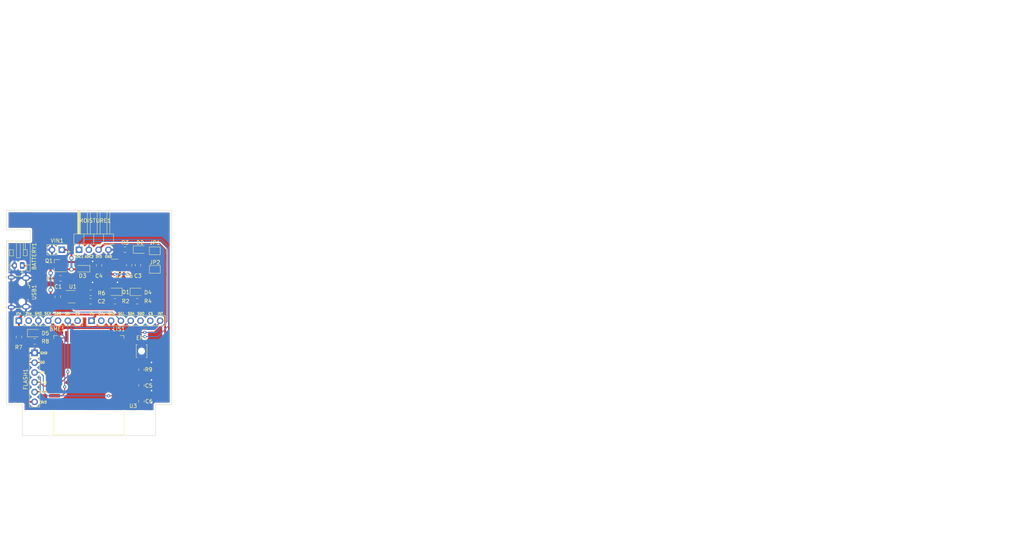
<source format=kicad_pcb>
(kicad_pcb (version 20171130) (host pcbnew "(5.1.10)-1")
  (layers (0 F.Cu signal) (31 B.Cu signal) (34 B.Paste user hide) (35 F.Paste user hide) (36 B.SilkS user) (37 F.SilkS user) (38 B.Mask user hide) (39 F.Mask user) (44 Edge.Cuts user))
  (net 0 "")
  (net 1 GND)
  (net 2 +BATT)
  (net 3 VBUS)
  (net 4 +3V3)
  (net 5 EN)
  (net 6 "Net-(D1-Pad1)")
  (net 7 IO2)
  (net 8 "Net-(D5-Pad1)")
  (net 9 SDA)
  (net 10 SCL)
  (net 11 TX0)
  (net 12 RX0)
  (net 13 IO0)
  (net 14 "Net-(R5-Pad1)")
  (net 15 "Net-(D4-Pad2)")
  (net 16 "Net-(U2-Pad4)")
  (net 17 "Net-(U3-Pad32)")
  (net 18 "Net-(BME1-Pad7)")
  (net 19 "Net-(BME1-Pad5)")
  (net 20 "Net-(BME1-Pad2)")
  (net 21 "Net-(C3-Pad1)")
  (net 22 "Net-(U3-Pad37)")
  (net 23 "Net-(U3-Pad31)")
  (net 24 "Net-(U3-Pad30)")
  (net 25 "Net-(U3-Pad29)")
  (net 26 "Net-(U3-Pad28)")
  (net 27 "Net-(U3-Pad27)")
  (net 28 "Net-(U3-Pad26)")
  (net 29 "Net-(U3-Pad23)")
  (net 30 "Net-(U3-Pad22)")
  (net 31 "Net-(U3-Pad21)")
  (net 32 "Net-(U3-Pad20)")
  (net 33 "Net-(U3-Pad19)")
  (net 34 "Net-(U3-Pad18)")
  (net 35 "Net-(U3-Pad17)")
  (net 36 "Net-(U3-Pad16)")
  (net 37 "Net-(U3-Pad14)")
  (net 38 "Net-(U3-Pad13)")
  (net 39 "Net-(U3-Pad12)")
  (net 40 "Net-(U3-Pad11)")
  (net 41 "Net-(U3-Pad10)")
  (net 42 "Net-(U3-Pad8)")
  (net 43 "Net-(U3-Pad5)")
  (net 44 "Net-(U3-Pad4)")
  (net 45 "Net-(USB1-Pad4)")
  (net 46 "Net-(USB1-Pad3)")
  (net 47 "Net-(USB1-Pad2)")
  (net 48 "Net-(C4-Pad1)")
  (net 49 "Net-(R2-Pad1)")
  (net 50 "Net-(D2-Pad2)")
  (net 51 "Net-(D2-Pad1)")
  (net 52 "Net-(R6-Pad1)")
  (net 53 INT)
  (net 54 "Net-(LIS1-Pad7)")
  (net 55 "Net-(LIS1-Pad6)")
  (net 56 "Net-(LIS1-Pad2)")
  (net 57 ADC2)
  (net 58 ADC1)
  (module Connector_PinHeader_2.54mm:PinHeader_1x04_P2.54mm_Horizontal (layer F.Cu) (at 146.28 83.47 90)
    (fp_text reference MOISTURE1 (at 7.54 4.1 180) (layer F.SilkS))
    (fp_text value MOISTURE)
    (pad 4 thru_hole oval (at 0 7.62 90) (size 1.7 1.7) (drill 1) (layers *.Cu *.Mask) (net 1 GND))
    (pad 3 thru_hole oval (at 0 5.08 90) (size 1.7 1.7) (drill 1) (layers *.Cu *.Mask) (net 4 +3V3))
    (pad 2 thru_hole oval (at 0 2.54 90) (size 1.7 1.7) (drill 1) (layers *.Cu *.Mask) (net 57 ADC2))
    (pad 1 thru_hole rect (at 0 0 90) (size 1.7 1.7) (drill 1) (layers *.Cu *.Mask) (net 58 ADC1))
  )
  (module Diode_SMD:D_SOD-323_HandSoldering (layer F.Cu) (at 147.19428 88.38248 180)
    (fp_text reference D3 (at 0 -1.85) (layer F.SilkS))
    (fp_text value 1A/23V/620mV)
    (pad 2 smd rect (at 1.25 0 180) (size 1 1) (layers F.Cu F.Paste F.Mask) (net 3 VBUS))
    (pad 1 smd rect (at -1.25 0 180) (size 1 1) (layers F.Cu F.Paste F.Mask) (net 48 "Net-(C4-Pad1)"))
  )
  (module LED_SMD:LED_0805_2012Metric_Pad1.15x1.40mm_HandSolder (layer F.Cu) (at 162.2 83.44)
    (fp_text reference D2 (at -0.0635 -1.80848) (layer F.SilkS))
    (fp_text value Red)
    (pad 2 smd roundrect (at 1.025 0) (size 1.15 1.4) (layers F.Cu F.Paste F.Mask) (roundrect_rratio 0.217391) (net 50 "Net-(D2-Pad2)"))
    (pad 1 smd roundrect (at -1.025 0) (size 1.15 1.4) (layers F.Cu F.Paste F.Mask) (roundrect_rratio 0.217391) (net 51 "Net-(D2-Pad1)"))
  )
  (module Jumper:SolderJumper-2_P1.3mm_Open_TrianglePad1.0x1.5mm (layer F.Cu) (at 165.95 88.56 180)
    (fp_text reference JP2 (at -0.0254 1.8288) (layer F.SilkS))
    (fp_text value SJ)
    (pad 1 smd custom (at -0.725 0 180) (size 0.3 0.3) (layers F.Cu F.Mask) (net 4 +3V3) (options (clearance outline) (anchor rect)) (primitives (gr_poly (pts (xy -0.5 -0.75) (xy 0.5 -0.75) (xy 1 0) (xy 0.5 0.75) (xy -0.5 0.75)) (width 0))))
    (pad 2 smd custom (at 0.725 0 180) (size 0.3 0.3) (layers F.Cu F.Mask) (net 21 "Net-(C3-Pad1)") (options (clearance outline) (anchor rect)) (primitives (gr_poly (pts (xy -0.65 -0.75) (xy 0.5 -0.75) (xy 0.5 0.75) (xy -0.65 0.75) (xy -0.15 0)) (width 0))))
  )
  (module LED_SMD:LED_0805_2012Metric_Pad1.15x1.40mm_HandSolder (layer F.Cu) (at 161.3816 94.3864)
    (fp_text reference D4 (at 2.77098 0.16962 180) (layer F.SilkS))
    (fp_text value Green)
    (pad 1 smd roundrect (at -1.025 0) (size 1.15 1.4) (layers F.Cu F.Paste F.Mask) (roundrect_rratio 0.2173904347826087) (net 1 GND))
    (pad 2 smd roundrect (at 1.025 0) (size 1.15 1.4) (layers F.Cu F.Paste F.Mask) (roundrect_rratio 0.2173904347826087) (net 15 "Net-(D4-Pad2)"))
  )
  (module Package_TO_SOT_SMD:SOT-23-5_HandSoldering (layer F.Cu) (at 144.4238 95.64794)
    (fp_text reference U1 (at 0.234 -2.624) (layer F.SilkS))
    (fp_text value MCP73831)
    (pad 5 smd rect (at 1.35 -0.95) (size 1.56 0.65) (layers F.Cu F.Paste F.Mask) (net 52 "Net-(R6-Pad1)"))
    (pad 4 smd rect (at 1.35 0.95) (size 1.56 0.65) (layers F.Cu F.Paste F.Mask) (net 3 VBUS))
    (pad 3 smd rect (at -1.35 0.95) (size 1.56 0.65) (layers F.Cu F.Paste F.Mask) (net 2 +BATT))
    (pad 2 smd rect (at -1.35 0) (size 1.56 0.65) (layers F.Cu F.Paste F.Mask) (net 1 GND))
    (pad 1 smd rect (at -1.35 -0.95) (size 1.56 0.65) (layers F.Cu F.Paste F.Mask) (net 49 "Net-(R2-Pad1)"))
  )
  (module RF_Module:ESP32-WROOM-32 (layer F.Cu) (at 148.83 115.6 180)
    (fp_text reference U3 (at -11.48972 -8.3774 180) (layer F.SilkS))
    (fp_text value ESP32-WROOM-32)
    (pad 39 smd rect (at -1 -0.755 180) (size 5 5) (layers F.Cu F.Paste F.Mask) (net 1 GND))
    (pad 1 smd rect (at -8.5 -8.255 180) (size 2.8 0.9) (drill (offset -0.4 0)) (layers F.Cu F.Paste F.Mask) (net 1 GND))
    (pad 2 smd rect (at -8.5 -6.985 180) (size 2.8 0.9) (drill (offset -0.4 0)) (layers F.Cu F.Paste F.Mask) (net 4 +3V3))
    (pad 3 smd rect (at -8.5 -5.715 180) (size 2.8 0.9) (drill (offset -0.4 0)) (layers F.Cu F.Paste F.Mask) (net 5 EN))
    (pad 4 smd rect (at -8.5 -4.445 180) (size 2.8 0.9) (drill (offset -0.4 0)) (layers F.Cu F.Paste F.Mask) (net 44 "Net-(U3-Pad4)"))
    (pad 5 smd rect (at -8.5 -3.175 180) (size 2.8 0.9) (drill (offset -0.4 0)) (layers F.Cu F.Paste F.Mask) (net 43 "Net-(U3-Pad5)"))
    (pad 6 smd rect (at -8.5 -1.905 180) (size 2.8 0.9) (drill (offset -0.4 0)) (layers F.Cu F.Paste F.Mask) (net 58 ADC1))
    (pad 7 smd rect (at -8.5 -0.635 180) (size 2.8 0.9) (drill (offset -0.4 0)) (layers F.Cu F.Paste F.Mask) (net 57 ADC2))
    (pad 8 smd rect (at -8.5 0.635 180) (size 2.8 0.9) (drill (offset -0.4 0)) (layers F.Cu F.Paste F.Mask) (net 42 "Net-(U3-Pad8)"))
    (pad 9 smd rect (at -8.5 1.905 180) (size 2.8 0.9) (drill (offset -0.4 0)) (layers F.Cu F.Paste F.Mask) (net 53 INT))
    (pad 10 smd rect (at -8.5 3.175 180) (size 2.8 0.9) (drill (offset -0.4 0)) (layers F.Cu F.Paste F.Mask) (net 41 "Net-(U3-Pad10)"))
    (pad 11 smd rect (at -8.5 4.445 180) (size 2.8 0.9) (drill (offset -0.4 0)) (layers F.Cu F.Paste F.Mask) (net 40 "Net-(U3-Pad11)"))
    (pad 12 smd rect (at -8.5 5.715 180) (size 2.8 0.9) (drill (offset -0.4 0)) (layers F.Cu F.Paste F.Mask) (net 39 "Net-(U3-Pad12)"))
    (pad 13 smd rect (at -8.5 6.985 180) (size 2.8 0.9) (drill (offset -0.4 0)) (layers F.Cu F.Paste F.Mask) (net 38 "Net-(U3-Pad13)"))
    (pad 14 smd rect (at -8.5 8.255 180) (size 2.8 0.9) (drill (offset -0.4 0)) (layers F.Cu F.Paste F.Mask) (net 37 "Net-(U3-Pad14)"))
    (pad 15 smd rect (at -5.715 9.255 270) (size 2.8 0.9) (drill (offset -0.4 0)) (layers F.Cu F.Paste F.Mask) (net 1 GND))
    (pad 16 smd rect (at -4.445 9.255 270) (size 2.8 0.9) (drill (offset -0.4 0)) (layers F.Cu F.Paste F.Mask) (net 36 "Net-(U3-Pad16)"))
    (pad 17 smd rect (at -3.175 9.255 270) (size 2.8 0.9) (drill (offset -0.4 0)) (layers F.Cu F.Paste F.Mask) (net 35 "Net-(U3-Pad17)"))
    (pad 18 smd rect (at -1.905 9.255 270) (size 2.8 0.9) (drill (offset -0.4 0)) (layers F.Cu F.Paste F.Mask) (net 34 "Net-(U3-Pad18)"))
    (pad 19 smd rect (at -0.635 9.255 270) (size 2.8 0.9) (drill (offset -0.4 0)) (layers F.Cu F.Paste F.Mask) (net 33 "Net-(U3-Pad19)"))
    (pad 20 smd rect (at 0.635 9.255 270) (size 2.8 0.9) (drill (offset -0.4 0)) (layers F.Cu F.Paste F.Mask) (net 32 "Net-(U3-Pad20)"))
    (pad 21 smd rect (at 1.905 9.255 270) (size 2.8 0.9) (drill (offset -0.4 0)) (layers F.Cu F.Paste F.Mask) (net 31 "Net-(U3-Pad21)"))
    (pad 22 smd rect (at 3.175 9.255 270) (size 2.8 0.9) (drill (offset -0.4 0)) (layers F.Cu F.Paste F.Mask) (net 30 "Net-(U3-Pad22)"))
    (pad 23 smd rect (at 4.445 9.255 270) (size 2.8 0.9) (drill (offset -0.4 0)) (layers F.Cu F.Paste F.Mask) (net 29 "Net-(U3-Pad23)"))
    (pad 24 smd rect (at 5.715 9.255 270) (size 2.8 0.9) (drill (offset -0.4 0)) (layers F.Cu F.Paste F.Mask) (net 7 IO2))
    (pad 25 smd rect (at 8.5 8.255 180) (size 2.8 0.9) (drill (offset 0.4 0)) (layers F.Cu F.Paste F.Mask) (net 13 IO0))
    (pad 26 smd rect (at 8.5 6.985 180) (size 2.8 0.9) (drill (offset 0.4 0)) (layers F.Cu F.Paste F.Mask) (net 28 "Net-(U3-Pad26)"))
    (pad 27 smd rect (at 8.5 5.715 180) (size 2.8 0.9) (drill (offset 0.4 0)) (layers F.Cu F.Paste F.Mask) (net 27 "Net-(U3-Pad27)"))
    (pad 28 smd rect (at 8.5 4.445 180) (size 2.8 0.9) (drill (offset 0.4 0)) (layers F.Cu F.Paste F.Mask) (net 26 "Net-(U3-Pad28)"))
    (pad 29 smd rect (at 8.5 3.175 180) (size 2.8 0.9) (drill (offset 0.4 0)) (layers F.Cu F.Paste F.Mask) (net 25 "Net-(U3-Pad29)"))
    (pad 30 smd rect (at 8.5 1.905 180) (size 2.8 0.9) (drill (offset 0.4 0)) (layers F.Cu F.Paste F.Mask) (net 24 "Net-(U3-Pad30)"))
    (pad 31 smd rect (at 8.5 0.635 180) (size 2.8 0.9) (drill (offset 0.4 0)) (layers F.Cu F.Paste F.Mask) (net 23 "Net-(U3-Pad31)"))
    (pad 32 smd rect (at 8.5 -0.635 180) (size 2.8 0.9) (drill (offset 0.4 0)) (layers F.Cu F.Paste F.Mask) (net 17 "Net-(U3-Pad32)"))
    (pad 33 smd rect (at 8.5 -1.905 180) (size 2.8 0.9) (drill (offset 0.4 0)) (layers F.Cu F.Paste F.Mask) (net 9 SDA))
    (pad 34 smd rect (at 8.5 -3.175 180) (size 2.8 0.9) (drill (offset 0.4 0)) (layers F.Cu F.Paste F.Mask) (net 12 RX0))
    (pad 35 smd rect (at 8.5 -4.445 180) (size 2.8 0.9) (drill (offset 0.4 0)) (layers F.Cu F.Paste F.Mask) (net 11 TX0))
    (pad 36 smd rect (at 8.5 -5.715 180) (size 2.8 0.9) (drill (offset 0.4 0)) (layers F.Cu F.Paste F.Mask) (net 10 SCL))
    (pad 37 smd rect (at 8.5 -6.985 180) (size 2.8 0.9) (drill (offset 0.4 0)) (layers F.Cu F.Paste F.Mask) (net 22 "Net-(U3-Pad37)"))
    (pad 38 smd rect (at 8.5 -8.255 180) (size 2.8 0.9) (drill (offset 0.4 0)) (layers F.Cu F.Paste F.Mask) (net 1 GND))
  )
  (module Connector_USB:USB_Micro-B_Wuerth_629105150521 (layer F.Cu) (at 130.66014 94.49562 270)
    (fp_text reference USB1 (at 0.01514 -3.98694 270) (layer F.SilkS))
    (fp_text value USB_B_Micro)
    (pad "" np_thru_hole oval (at 2.5 -0.8 270) (size 0.8 0.8) (drill 0.8) (layers *.Cu *.Mask))
    (pad "" np_thru_hole oval (at -2.5 -0.8 270) (size 0.8 0.8) (drill 0.8) (layers *.Cu *.Mask))
    (pad 6 thru_hole oval (at 3.875 1.95 270) (size 1.15 1.8) (drill oval 0.55 1.2) (layers *.Cu *.Mask) (net 1 GND))
    (pad 6 thru_hole oval (at -3.875 1.95 270) (size 1.15 1.8) (drill oval 0.55 1.2) (layers *.Cu *.Mask) (net 1 GND))
    (pad 6 thru_hole oval (at 3.725 -1.85 270) (size 1.45 2) (drill oval 0.85 1.4) (layers *.Cu *.Mask) (net 1 GND))
    (pad 6 thru_hole oval (at -3.725 -1.85 270) (size 1.45 2) (drill oval 0.85 1.4) (layers *.Cu *.Mask) (net 1 GND))
    (pad 5 smd rect (at 1.3 -1.9 270) (size 0.45 1.7) (drill (offset 0 -0.2)) (layers F.Cu F.Paste F.Mask) (net 1 GND))
    (pad 4 smd rect (at 0.65 -1.9 270) (size 0.45 1.7) (drill (offset 0 -0.2)) (layers F.Cu F.Paste F.Mask) (net 45 "Net-(USB1-Pad4)"))
    (pad 3 smd rect (at 0 -1.9 270) (size 0.45 1.7) (drill (offset 0 -0.2)) (layers F.Cu F.Paste F.Mask) (net 46 "Net-(USB1-Pad3)"))
    (pad 2 smd rect (at -0.65 -1.9 270) (size 0.45 1.7) (drill (offset 0 -0.2)) (layers F.Cu F.Paste F.Mask) (net 47 "Net-(USB1-Pad2)"))
    (pad 1 smd rect (at -1.3 -1.9 270) (size 0.45 1.7) (drill (offset 0 -0.2)) (layers F.Cu F.Paste F.Mask) (net 3 VBUS))
  )
  (module Button_Switch_SMD:SW_SPST_B3U-1000P-B (layer F.Cu) (at 162.5 109.76 270)
    (fp_text reference EN1 (at -3.43306 -0.05238) (layer F.SilkS))
    (fp_text value Switch)
    (pad "" np_thru_hole circle (at 0 0 270) (size 0.8 0.8) (drill 0.8) (layers *.Cu *.Mask))
    (pad 2 smd rect (at 1.7 0 270) (size 1.3 1.7) (drill (offset 0.2 0)) (layers F.Cu F.Paste F.Mask) (net 5 EN))
    (pad 1 smd rect (at -1.7 0 270) (size 1.3 1.7) (drill (offset -0.2 0)) (layers F.Cu F.Paste F.Mask) (net 1 GND))
  )
  (module Connector_PinHeader_2.54mm:PinHeader_1x08_P2.54mm_Vertical (layer F.Cu) (at 149.52 101.87 90)
    (fp_text reference LIS1 (at -2.18618 7.11164 180) (layer F.SilkS))
    (fp_text value LIS3DH)
    (pad 8 thru_hole oval (at 0 17.78 90) (size 1.7 1.7) (drill 1) (layers *.Cu *.Mask) (net 53 INT))
    (pad 7 thru_hole oval (at 0 15.24 90) (size 1.7 1.7) (drill 1) (layers *.Cu *.Mask) (net 54 "Net-(LIS1-Pad7)"))
    (pad 6 thru_hole oval (at 0 12.7 90) (size 1.7 1.7) (drill 1) (layers *.Cu *.Mask) (net 55 "Net-(LIS1-Pad6)"))
    (pad 5 thru_hole oval (at 0 10.16 90) (size 1.7 1.7) (drill 1) (layers *.Cu *.Mask) (net 9 SDA))
    (pad 4 thru_hole oval (at 0 7.62 90) (size 1.7 1.7) (drill 1) (layers *.Cu *.Mask) (net 10 SCL))
    (pad 3 thru_hole oval (at 0 5.08 90) (size 1.7 1.7) (drill 1) (layers *.Cu *.Mask) (net 1 GND))
    (pad 2 thru_hole oval (at 0 2.54 90) (size 1.7 1.7) (drill 1) (layers *.Cu *.Mask) (net 56 "Net-(LIS1-Pad2)"))
    (pad 1 thru_hole rect (at 0 0 90) (size 1.7 1.7) (drill 1) (layers *.Cu *.Mask) (net 4 +3V3))
  )
  (module Connector_PinHeader_2.54mm:PinHeader_1x02_P2.54mm_Vertical (layer F.Cu) (at 141.82598 83.46948 270)
    (fp_text reference VIN1 (at -2.3622 1.23444) (layer F.SilkS))
    (fp_text value Conn_01x07)
    (pad 2 thru_hole oval (at 0 2.54 270) (size 1.7 1.7) (drill 1) (layers *.Cu *.Mask) (net 1 GND))
    (pad 1 thru_hole rect (at 0 0 270) (size 1.7 1.7) (drill 1) (layers *.Cu *.Mask) (net 3 VBUS))
  )
  (module Connector_PinHeader_2.54mm:PinHeader_1x06_P2.54mm_Vertical (layer F.Cu) (at 134.75208 110.21314)
    (fp_text reference FLASH1 (at -2.3495 6.83514 90) (layer F.SilkS))
    (fp_text value Conn_01x07)
    (pad 6 thru_hole oval (at 0 12.7) (size 1.7 1.7) (drill 1) (layers *.Cu *.Mask) (net 4 +3V3))
    (pad 5 thru_hole oval (at 0 10.16) (size 1.7 1.7) (drill 1) (layers *.Cu *.Mask) (net 11 TX0))
    (pad 4 thru_hole oval (at 0 7.62) (size 1.7 1.7) (drill 1) (layers *.Cu *.Mask) (net 12 RX0))
    (pad 3 thru_hole oval (at 0 5.08) (size 1.7 1.7) (drill 1) (layers *.Cu *.Mask) (net 5 EN))
    (pad 2 thru_hole oval (at 0 2.54) (size 1.7 1.7) (drill 1) (layers *.Cu *.Mask) (net 13 IO0))
    (pad 1 thru_hole rect (at 0 0) (size 1.7 1.7) (drill 1) (layers *.Cu *.Mask) (net 1 GND))
  )
  (module Connector_PinHeader_2.54mm:PinHeader_1x07_P2.54mm_Vertical (layer F.Cu) (at 130.67 101.87 90)
    (fp_text reference BME1 (at -2.17856 9.90884 180) (layer F.SilkS))
    (fp_text value BME680)
    (pad 7 thru_hole oval (at 0 15.24 90) (size 1.7 1.7) (drill 1) (layers *.Cu *.Mask) (net 18 "Net-(BME1-Pad7)"))
    (pad 6 thru_hole oval (at 0 12.7 90) (size 1.7 1.7) (drill 1) (layers *.Cu *.Mask) (net 9 SDA))
    (pad 5 thru_hole oval (at 0 10.16 90) (size 1.7 1.7) (drill 1) (layers *.Cu *.Mask) (net 19 "Net-(BME1-Pad5)"))
    (pad 4 thru_hole oval (at 0 7.62 90) (size 1.7 1.7) (drill 1) (layers *.Cu *.Mask) (net 10 SCL))
    (pad 3 thru_hole oval (at 0 5.08 90) (size 1.7 1.7) (drill 1) (layers *.Cu *.Mask) (net 1 GND))
    (pad 2 thru_hole oval (at 0 2.54 90) (size 1.7 1.7) (drill 1) (layers *.Cu *.Mask) (net 20 "Net-(BME1-Pad2)"))
    (pad 1 thru_hole rect (at 0 0 90) (size 1.7 1.7) (drill 1) (layers *.Cu *.Mask) (net 4 +3V3))
  )
  (module Package_TO_SOT_SMD:SOT-23-5_HandSoldering (layer F.Cu) (at 155.53378 87.51432 180)
    (fp_text reference U2 (at -0.95772 -2.74584) (layer F.SilkS))
    (fp_text value AP2112K-3.3)
    (pad 5 smd rect (at 1.35 -0.95 180) (size 1.56 0.65) (layers F.Cu F.Paste F.Mask) (net 21 "Net-(C3-Pad1)"))
    (pad 4 smd rect (at 1.35 0.95 180) (size 1.56 0.65) (layers F.Cu F.Paste F.Mask) (net 16 "Net-(U2-Pad4)"))
    (pad 3 smd rect (at -1.35 0.95 180) (size 1.56 0.65) (layers F.Cu F.Paste F.Mask) (net 14 "Net-(R5-Pad1)"))
    (pad 2 smd rect (at -1.35 0 180) (size 1.56 0.65) (layers F.Cu F.Paste F.Mask) (net 1 GND))
    (pad 1 smd rect (at -1.35 -0.95 180) (size 1.56 0.65) (layers F.Cu F.Paste F.Mask) (net 48 "Net-(C4-Pad1)"))
  )
  (module Resistor_SMD:R_0805_2012Metric_Pad1.15x1.40mm_HandSolder (layer F.Cu) (at 158.205 83.44 180)
    (fp_text reference R3 (at -0.00762 1.82372) (layer F.SilkS))
    (fp_text value 1K)
    (pad 1 smd roundrect (at -1.025 0 180) (size 1.15 1.4) (layers F.Cu F.Paste F.Mask) (roundrect_rratio 0.2173904347826087) (net 51 "Net-(D2-Pad1)"))
    (pad 2 smd roundrect (at 1.025 0 180) (size 1.15 1.4) (layers F.Cu F.Paste F.Mask) (roundrect_rratio 0.2173904347826087) (net 1 GND))
  )
  (module Jumper:SolderJumper-2_P1.3mm_Open_TrianglePad1.0x1.5mm (layer F.Cu) (at 165.935 83.74 180)
    (fp_text reference JP1 (at -0.0508 2.09042) (layer F.SilkS))
    (fp_text value SJ)
    (pad 1 smd custom (at -0.725 0 180) (size 0.3 0.3) (layers F.Cu F.Mask) (net 4 +3V3) (options (clearance outline) (anchor rect)) (primitives (gr_poly (pts (xy -0.5 -0.75) (xy 0.5 -0.75) (xy 1 0) (xy 0.5 0.75) (xy -0.5 0.75)) (width 0))))
    (pad 2 smd custom (at 0.725 0 180) (size 0.3 0.3) (layers F.Cu F.Mask) (net 50 "Net-(D2-Pad2)") (options (clearance outline) (anchor rect)) (primitives (gr_poly (pts (xy -0.65 -0.75) (xy 0.5 -0.75) (xy 0.5 0.75) (xy -0.65 0.75) (xy -0.15 0)) (width 0))))
  )
  (module LED_SMD:LED_0805_2012Metric_Pad1.15x1.40mm_HandSolder (layer F.Cu) (at 134.7592 105.10334)
    (fp_text reference D5 (at 2.77672 0.03234) (layer F.SilkS))
    (fp_text value Blue)
    (pad 1 smd roundrect (at -1.025 0) (size 1.15 1.4) (layers F.Cu F.Paste F.Mask) (roundrect_rratio 0.2173904347826087) (net 8 "Net-(D5-Pad1)"))
    (pad 2 smd roundrect (at 1.025 0) (size 1.15 1.4) (layers F.Cu F.Paste F.Mask) (roundrect_rratio 0.2173904347826087) (net 7 IO2))
  )
  (module Connector_JST:JST_PH_S2B-PH-K_1x02_P2.00mm_Horizontal (layer F.Cu) (at 131.55422 87.54872 180)
    (fp_text reference BATTERY1 (at -3.09118 2.38506 90) (layer F.SilkS))
    (fp_text value LiPo)
    (pad 2 thru_hole oval (at 2 0 180) (size 1.2 1.75) (drill 0.75) (layers *.Cu *.Mask) (net 1 GND))
    (pad 1 thru_hole roundrect (at 0 0 180) (size 1.2 1.75) (drill 0.75) (layers *.Cu *.Mask) (roundrect_rratio 0.2083325) (net 2 +BATT))
  )
  (module Resistor_SMD:R_0805_2012Metric_Pad1.15x1.40mm_HandSolder (layer F.Cu) (at 130.71094 106.07802 90)
    (fp_text reference R7 (at -2.69494 -0.0762 180) (layer F.SilkS))
    (fp_text value 10K)
    (pad 1 smd roundrect (at -1.025 0 90) (size 1.15 1.4) (layers F.Cu F.Paste F.Mask) (roundrect_rratio 0.2173904347826087) (net 13 IO0))
    (pad 2 smd roundrect (at 1.025 0 90) (size 1.15 1.4) (layers F.Cu F.Paste F.Mask) (roundrect_rratio 0.2173904347826087) (net 4 +3V3))
  )
  (module Resistor_SMD:R_0805_2012Metric_Pad1.15x1.40mm_HandSolder (layer F.Cu) (at 162.47 114.58 90)
    (fp_text reference R9 (at 0.01838 1.85022 180) (layer F.SilkS))
    (fp_text value 10K)
    (pad 2 smd roundrect (at 1.025 0 90) (size 1.15 1.4) (layers F.Cu F.Paste F.Mask) (roundrect_rratio 0.2173904347826087) (net 5 EN))
    (pad 1 smd roundrect (at -1.025 0 90) (size 1.15 1.4) (layers F.Cu F.Paste F.Mask) (roundrect_rratio 0.2173904347826087) (net 4 +3V3))
  )
  (module Resistor_SMD:R_0805_2012Metric_Pad1.15x1.40mm_HandSolder (layer F.Cu) (at 134.7542 107.24334)
    (fp_text reference R8 (at 2.79188 -0.01978) (layer F.SilkS))
    (fp_text value 1K)
    (pad 1 smd roundrect (at -1.025 0) (size 1.15 1.4) (layers F.Cu F.Paste F.Mask) (roundrect_rratio 0.2173904347826087) (net 8 "Net-(D5-Pad1)"))
    (pad 2 smd roundrect (at 1.025 0) (size 1.15 1.4) (layers F.Cu F.Paste F.Mask) (roundrect_rratio 0.2173904347826087) (net 1 GND))
  )
  (module Resistor_SMD:R_0805_2012Metric_Pad1.15x1.40mm_HandSolder (layer F.Cu) (at 149.28822 94.6343)
    (fp_text reference R6 (at 2.8146 0.095) (layer F.SilkS))
    (fp_text value 1.0K)
    (pad 1 smd roundrect (at -1.025 0) (size 1.15 1.4) (layers F.Cu F.Paste F.Mask) (roundrect_rratio 0.2173904347826087) (net 52 "Net-(R6-Pad1)"))
    (pad 2 smd roundrect (at 1.025 0) (size 1.15 1.4) (layers F.Cu F.Paste F.Mask) (roundrect_rratio 0.2173904347826087) (net 1 GND))
  )
  (module Resistor_SMD:R_0805_2012Metric_Pad1.15x1.40mm_HandSolder (layer F.Cu) (at 161.3535 96.80956 180)
    (fp_text reference R4 (at -2.79268 0.0079) (layer F.SilkS))
    (fp_text value 1K)
    (pad 1 smd roundrect (at -1.025 0 180) (size 1.15 1.4) (layers F.Cu F.Paste F.Mask) (roundrect_rratio 0.2173904347826087) (net 15 "Net-(D4-Pad2)"))
    (pad 2 smd roundrect (at 1.025 0 180) (size 1.15 1.4) (layers F.Cu F.Paste F.Mask) (roundrect_rratio 0.2173904347826087) (net 49 "Net-(R2-Pad1)"))
  )
  (module Resistor_SMD:R_0805_2012Metric_Pad1.15x1.40mm_HandSolder (layer F.Cu) (at 159.30118 87.46236 270)
    (fp_text reference R5 (at 2.78638 0.03302 180) (layer F.SilkS))
    (fp_text value 100K)
    (pad 2 smd roundrect (at 1.025 0 270) (size 1.15 1.4) (layers F.Cu F.Paste F.Mask) (roundrect_rratio 0.2173904347826087) (net 48 "Net-(C4-Pad1)"))
    (pad 1 smd roundrect (at -1.025 0 270) (size 1.15 1.4) (layers F.Cu F.Paste F.Mask) (roundrect_rratio 0.2173904347826087) (net 14 "Net-(R5-Pad1)"))
  )
  (module Resistor_SMD:R_0805_2012Metric_Pad1.15x1.40mm_HandSolder (layer F.Cu) (at 155.58394 96.82254)
    (fp_text reference R2 (at 2.7749 -0.00028) (layer F.SilkS))
    (fp_text value 1K)
    (pad 2 smd roundrect (at 1.025 0) (size 1.15 1.4) (layers F.Cu F.Paste F.Mask) (roundrect_rratio 0.2173904347826087) (net 6 "Net-(D1-Pad1)"))
    (pad 1 smd roundrect (at -1.025 0) (size 1.15 1.4) (layers F.Cu F.Paste F.Mask) (roundrect_rratio 0.2173904347826087) (net 49 "Net-(R2-Pad1)"))
  )
  (module Resistor_SMD:R_0805_2012Metric_Pad1.15x1.40mm_HandSolder (layer F.Cu) (at 141.4653 90.89136 180)
    (fp_text reference R1 (at 2.74066 -0.02794) (layer F.SilkS))
    (fp_text value 10K)
    (pad 2 smd roundrect (at 1.025 0 180) (size 1.15 1.4) (layers F.Cu F.Paste F.Mask) (roundrect_rratio 0.2173904347826087) (net 3 VBUS))
    (pad 1 smd roundrect (at -1.025 0 180) (size 1.15 1.4) (layers F.Cu F.Paste F.Mask) (roundrect_rratio 0.2173904347826087) (net 1 GND))
  )
  (module Package_TO_SOT_SMD:SOT-23_Handsoldering (layer F.Cu) (at 140.61186 87.59444 180)
    (fp_text reference Q1 (at 2.13614 1.24714) (layer F.SilkS))
    (fp_text value 2.5A/30V)
    (pad 1 smd rect (at -1.5 -0.95 180) (size 1.9 0.8) (layers F.Cu F.Paste F.Mask) (net 3 VBUS))
    (pad 2 smd rect (at -1.5 0.95 180) (size 1.9 0.8) (layers F.Cu F.Paste F.Mask) (net 48 "Net-(C4-Pad1)"))
    (pad 3 smd rect (at 1.5 0 180) (size 1.9 0.8) (layers F.Cu F.Paste F.Mask) (net 2 +BATT))
  )
  (module LED_SMD:LED_0805_2012Metric_Pad1.15x1.40mm_HandSolder (layer F.Cu) (at 155.57252 94.37172 180)
    (fp_text reference D1 (at -2.83458 -0.08326) (layer F.SilkS))
    (fp_text value Red)
    (pad 1 smd roundrect (at -1.025 0 180) (size 1.15 1.4) (layers F.Cu F.Paste F.Mask) (roundrect_rratio 0.2173904347826087) (net 6 "Net-(D1-Pad1)"))
    (pad 2 smd roundrect (at 1.025 0 180) (size 1.15 1.4) (layers F.Cu F.Paste F.Mask) (roundrect_rratio 0.2173904347826087) (net 3 VBUS))
  )
  (module Capacitor_SMD:C_0805_2012Metric_Pad1.15x1.40mm_HandSolder (layer F.Cu) (at 162.47 122.77 270)
    (fp_text reference C6 (at 0.01384 -1.96102 180) (layer F.SilkS))
    (fp_text value 10uF/10V)
    (pad 2 smd roundrect (at 1.025 0 270) (size 1.15 1.4) (layers F.Cu F.Paste F.Mask) (roundrect_rratio 0.2173904347826087) (net 1 GND))
    (pad 1 smd roundrect (at -1.025 0 270) (size 1.15 1.4) (layers F.Cu F.Paste F.Mask) (roundrect_rratio 0.2173904347826087) (net 4 +3V3))
  )
  (module Capacitor_SMD:C_0805_2012Metric_Pad1.15x1.40mm_HandSolder (layer F.Cu) (at 162.47 118.66 90)
    (fp_text reference C5 (at -0.06722 1.8934) (layer F.SilkS))
    (fp_text value 0.1uF/50V)
    (pad 2 smd roundrect (at 1.025 0 90) (size 1.15 1.4) (layers F.Cu F.Paste F.Mask) (roundrect_rratio 0.2173904347826087) (net 1 GND))
    (pad 1 smd roundrect (at -1.025 0 90) (size 1.15 1.4) (layers F.Cu F.Paste F.Mask) (roundrect_rratio 0.2173904347826087) (net 4 +3V3))
  )
  (module Capacitor_SMD:C_0805_2012Metric_Pad1.15x1.40mm_HandSolder (layer F.Cu) (at 151.48516 87.50934 90)
    (fp_text reference C4 (at -2.73558 -0.04826 180) (layer F.SilkS))
    (fp_text value 1.0uF/6.3V)
    (pad 2 smd roundrect (at 1.025 0 90) (size 1.15 1.4) (layers F.Cu F.Paste F.Mask) (roundrect_rratio 0.2173904347826087) (net 1 GND))
    (pad 1 smd roundrect (at -1.025 0 90) (size 1.15 1.4) (layers F.Cu F.Paste F.Mask) (roundrect_rratio 0.2173904347826087) (net 48 "Net-(C4-Pad1)"))
  )
  (module Capacitor_SMD:C_0805_2012Metric_Pad1.15x1.40mm_HandSolder (layer F.Cu) (at 161.55924 87.4649 90)
    (fp_text reference C3 (at -2.76098 -0.01524 180) (layer F.SilkS))
    (fp_text value 1.0uF/6.3V)
    (pad 2 smd roundrect (at 1.025 0 90) (size 1.15 1.4) (layers F.Cu F.Paste F.Mask) (roundrect_rratio 0.2173904347826087) (net 1 GND))
    (pad 1 smd roundrect (at -1.025 0 90) (size 1.15 1.4) (layers F.Cu F.Paste F.Mask) (roundrect_rratio 0.2173904347826087) (net 21 "Net-(C3-Pad1)"))
  )
  (module Capacitor_SMD:C_0805_2012Metric_Pad1.15x1.40mm_HandSolder (layer F.Cu) (at 149.26724 96.82064)
    (fp_text reference C2 (at 2.81526 0.03972) (layer F.SilkS))
    (fp_text value 4.7uF/6.3V)
    (pad 2 smd roundrect (at 1.025 0) (size 1.15 1.4) (layers F.Cu F.Paste F.Mask) (roundrect_rratio 0.2173904347826087) (net 1 GND))
    (pad 1 smd roundrect (at -1.025 0) (size 1.15 1.4) (layers F.Cu F.Paste F.Mask) (roundrect_rratio 0.2173904347826087) (net 3 VBUS))
  )
  (module Capacitor_SMD:C_0805_2012Metric_Pad1.15x1.40mm_HandSolder (layer F.Cu) (at 140.76398 95.65284 90)
    (fp_text reference C1 (at 2.61772 0.11458 180) (layer F.SilkS))
    (fp_text value 4.7uF/6.3V)
    (pad 2 smd roundrect (at 1.025 0 90) (size 1.15 1.4) (layers F.Cu F.Paste F.Mask) (roundrect_rratio 0.2173904347826087) (net 1 GND))
    (pad 1 smd roundrect (at -1.025 0 90) (size 1.15 1.4) (layers F.Cu F.Paste F.Mask) (roundrect_rratio 0.2173904347826087) (net 2 +BATT))
  )
  (gr_text ADC2 (at 148.89 85.27) (layer F.SilkS) (effects (font (size 0.6 0.6))))
  (gr_line (start 127.46 78.31) (end 127.45926 73.21) (layer Edge.Cuts) (width 0.1))
  (gr_line (start 127.46 78.31) (end 133.60908 78.3082) (layer Edge.Cuts) (width 0.1))
  (gr_line (start 127.46736 81.20634) (end 133.60908 81.19872) (layer Edge.Cuts) (width 0.1))
  (gr_text + (at 143.64462 83.93176) (layer F.SilkS) (effects (font (size 1 1))))
  (gr_text 3V3 (at 151.38 85.27) (layer F.SilkS) (effects (font (size 0.6 0.6))))
  (gr_text + (at 131.52628 89.19718) (layer F.SilkS) (effects (font (size 1 1))))
  (gr_text INT (at 167.38346 99.98964) (layer F.SilkS) (effects (font (size 0.6 0.6))))
  (gr_text CS (at 164.85108 99.98456) (layer F.SilkS) (effects (font (size 0.6 0.6))))
  (gr_text SDO (at 162.31616 99.9871) (layer F.SilkS) (effects (font (size 0.6 0.6))))
  (gr_text 3Vo (at 152.1587 99.9871) (layer F.SilkS) (effects (font (size 0.6 0.6))))
  (gr_text CS (at 145.87728 99.98456) (layer F.SilkS) (effects (font (size 0.6 0.6))))
  (gr_text SDO (at 140.77188 99.98456) (layer F.SilkS) (effects (font (size 0.6 0.6))))
  (gr_text 3Vo (at 133.17728 99.98456) (layer F.SilkS) (effects (font (size 0.6 0.6))))
  (gr_text GND (at 153.92 85.28) (layer F.SilkS) (effects (font (size 0.6 0.6))))
  (gr_text ADC1 (at 146.29 85.27) (layer F.SilkS) (effects (font (size 0.6 0.6))))
  (gr_text 3V3 (at 137.07618 123.02998) (layer F.SilkS) (effects (font (size 0.6 0.6))))
  (gr_text RXD (at 137.07618 120.38838) (layer F.SilkS) (effects (font (size 0.6 0.6))))
  (gr_text TXD (at 137.09396 117.92204) (layer F.SilkS) (effects (font (size 0.6 0.6))))
  (gr_text EN (at 136.7917 115.3033) (layer F.SilkS) (effects (font (size 0.6 0.6))))
  (gr_text G0 (at 136.82218 112.67694) (layer F.SilkS) (effects (font (size 0.6 0.6))))
  (gr_text GND (at 137.15238 110.25124) (layer F.SilkS) (effects (font (size 0.6 0.6))))
  (gr_text SDA (at 159.78632 99.98456) (layer F.SilkS) (effects (font (size 0.6 0.6))))
  (gr_text SCL (at 157.26664 99.98456) (layer F.SilkS) (effects (font (size 0.6 0.6))))
  (gr_text GND (at 154.69362 99.9871) (layer F.SilkS) (effects (font (size 0.6 0.6))))
  (gr_text Vin (at 149.6441 99.9871) (layer F.SilkS) (effects (font (size 0.6 0.6))))
  (gr_text SDI (at 143.31188 99.98456) (layer F.SilkS) (effects (font (size 0.6 0.6))))
  (gr_text SCK (at 138.22934 99.97186) (layer F.SilkS) (effects (font (size 0.6 0.6))))
  (gr_text GND (at 135.71728 99.95916) (layer F.SilkS) (effects (font (size 0.6 0.6))))
  (gr_text Vin (at 130.63728 100.00996) (layer F.SilkS) (effects (font (size 0.6 0.6))))
  (gr_line (start 127.44 123.69) (end 127.46736 81.20634) (layer Edge.Cuts) (width 0.1))
  (gr_line (start 131.63 123.69) (end 127.44 123.69) (layer Edge.Cuts) (width 0.1))
  (gr_line (start 131.62 131.66) (end 131.63 123.69) (layer Edge.Cuts) (width 0.1))
  (gr_line (start 166.14 131.66) (end 131.62 131.66) (layer Edge.Cuts) (width 0.1))
  (gr_line (start 166.13 123.66) (end 166.14 131.66) (layer Edge.Cuts) (width 0.1))
  (gr_line (start 170.33 123.66) (end 166.13 123.66) (layer Edge.Cuts) (width 0.1))
  (gr_line (start 170.33 73.27) (end 170.33 123.66) (layer Edge.Cuts) (width 0.1))
  (gr_line (start 127.46 73.21) (end 170.33 73.27) (layer Edge.Cuts) (width 0.1))
  (gr_line (start 133.60908 81.19872) (end 133.60908 78.3082) (layer Edge.Cuts) (width 0.1))
  (segment (start 161.84256 107.36442) (end 163.08832 107.36442) (width 0.25) (layer F.Cu) (net 1))
  (segment (start 140.76398 94.62784) (end 141.03784 94.62784) (width 0.25) (layer F.Cu) (net 1))
  (segment (start 141.03784 94.62784) (end 142.01 95.6) (width 0.25) (layer F.Cu) (net 1))
  (segment (start 142.01 95.6) (end 143.06 95.6) (width 0.25) (layer F.Cu) (net 1))
  (via (at 149.80412 91.92768) (size 0.8) (drill 0.4) (layers F.Cu B.Cu) (net 1))
  (via (at 149.80412 86.48954) (size 0.8) (drill 0.4) (layers F.Cu B.Cu) (net 1))
  (segment (start 149.80412 91.92768) (end 149.80412 86.48954) (width 0.25) (layer B.Cu) (net 1))
  (segment (start 151.47996 86.48954) (end 151.48516 86.48434) (width 0.25) (layer F.Cu) (net 1))
  (segment (start 149.80412 86.48954) (end 151.47996 86.48954) (width 0.25) (layer F.Cu) (net 1))
  (segment (start 149.80412 94.1252) (end 149.80412 91.92768) (width 0.25) (layer F.Cu) (net 1))
  (segment (start 150.31322 94.6343) (end 149.80412 94.1252) (width 0.25) (layer F.Cu) (net 1))
  (segment (start 152.56118 87.51432) (end 156.78726 87.51432) (width 0.5) (layer F.Cu) (net 1))
  (segment (start 151.61756 86.5707) (end 152.56118 87.51432) (width 0.5) (layer F.Cu) (net 1))
  (segment (start 151.475 86.5707) (end 151.61756 86.5707) (width 0.5) (layer F.Cu) (net 1))
  (via (at 165.06952 112.68456) (size 0.8) (drill 0.4) (layers F.Cu B.Cu) (net 1))
  (via (at 156.25572 91.90482) (size 0.8) (drill 0.4) (layers F.Cu B.Cu) (net 1))
  (segment (start 156.23286 91.92768) (end 156.25572 91.90482) (width 0.25) (layer B.Cu) (net 1))
  (segment (start 149.80412 91.92768) (end 156.23286 91.92768) (width 0.25) (layer B.Cu) (net 1))
  (segment (start 160.3566 92.89928) (end 160.3566 94.3133) (width 0.25) (layer F.Cu) (net 1))
  (via (at 165.06952 117.23116) (size 0.8) (drill 0.4) (layers F.Cu B.Cu) (net 1))
  (segment (start 165.06952 112.68456) (end 165.06952 117.23116) (width 0.25) (layer B.Cu) (net 1))
  (via (at 165.09238 119.99976) (size 0.8) (drill 0.4) (layers F.Cu B.Cu) (net 1))
  (segment (start 165.06952 117.23116) (end 165.06952 119.9769) (width 0.25) (layer F.Cu) (net 1))
  (segment (start 165.06952 119.9769) (end 165.09238 119.99976) (width 0.25) (layer F.Cu) (net 1))
  (via (at 165.08984 123.090939) (size 0.8) (drill 0.4) (layers F.Cu B.Cu) (net 1))
  (segment (start 162.41 123.81) (end 164.370779 123.81) (width 0.25) (layer F.Cu) (net 1))
  (segment (start 164.370779 123.81) (end 165.08984 123.090939) (width 0.25) (layer F.Cu) (net 1))
  (segment (start 165.09238 119.99976) (end 165.09238 123.088399) (width 0.25) (layer B.Cu) (net 1))
  (segment (start 165.09238 123.088399) (end 165.08984 123.090939) (width 0.25) (layer B.Cu) (net 1))
  (segment (start 132.56014 98.17062) (end 132.51014 98.22062) (width 0.25) (layer F.Cu) (net 1))
  (segment (start 132.56014 95.79562) (end 132.56014 98.17062) (width 0.25) (layer F.Cu) (net 1))
  (segment (start 159.36214 91.90482) (end 160.3566 92.89928) (width 0.25) (layer F.Cu) (net 1))
  (segment (start 156.25572 91.90482) (end 159.36214 91.90482) (width 0.25) (layer F.Cu) (net 1))
  (segment (start 165.06952 108.75518) (end 165.06952 112.68456) (width 0.25) (layer F.Cu) (net 1))
  (segment (start 164.37434 108.06) (end 165.06952 108.75518) (width 0.25) (layer F.Cu) (net 1))
  (segment (start 162.5 108.06) (end 164.37434 108.06) (width 0.25) (layer F.Cu) (net 1))
  (segment (start 131.91 87.6) (end 139.74 87.6) (width 0.5) (layer F.Cu) (net 2))
  (segment (start 140.76398 96.67784) (end 143.01216 96.67784) (width 0.5) (layer F.Cu) (net 2))
  (segment (start 143.01216 96.67784) (end 143.06 96.63) (width 0.5) (layer F.Cu) (net 2))
  (via (at 138.917682 89.52992) (size 1.1) (drill 0.7) (layers F.Cu B.Cu) (net 2))
  (segment (start 138.917682 88.752103) (end 138.917682 89.52992) (width 0.5) (layer F.Cu) (net 2))
  (segment (start 138.917682 87.788618) (end 138.917682 88.752103) (width 0.5) (layer F.Cu) (net 2))
  (segment (start 139.11186 87.59444) (end 138.917682 87.788618) (width 0.5) (layer F.Cu) (net 2))
  (via (at 138.90498 93.898718) (size 1.1) (drill 0.7) (layers F.Cu B.Cu) (net 2))
  (segment (start 138.917682 93.886016) (end 138.90498 93.898718) (width 0.5) (layer B.Cu) (net 2))
  (segment (start 140.76398 96.67784) (end 139.8553 96.67784) (width 0.5) (layer F.Cu) (net 2))
  (segment (start 139.8553 96.67784) (end 138.90498 95.72752) (width 0.5) (layer F.Cu) (net 2))
  (segment (start 138.90498 95.72752) (end 138.90498 93.898718) (width 0.5) (layer F.Cu) (net 2))
  (segment (start 138.917682 89.52992) (end 138.917682 93.886016) (width 0.5) (layer B.Cu) (net 2))
  (segment (start 145.77492 88.54508) (end 145.9 88.42) (width 0.5) (layer F.Cu) (net 3))
  (segment (start 148.86 98.32) (end 148.2 97.66) (width 0.5) (layer F.Cu) (net 3))
  (segment (start 151.14 98.32) (end 148.86 98.32) (width 0.5) (layer F.Cu) (net 3))
  (segment (start 151.97 97.49) (end 151.14 98.32) (width 0.5) (layer F.Cu) (net 3))
  (segment (start 148.2 97.66) (end 148.2 96.93) (width 0.5) (layer F.Cu) (net 3))
  (segment (start 151.97 94.38) (end 151.97 97.49) (width 0.5) (layer F.Cu) (net 3))
  (segment (start 145.7738 96.59794) (end 148.12794 96.59794) (width 0.5) (layer F.Cu) (net 3))
  (segment (start 148.12794 96.59794) (end 148.19 96.66) (width 0.5) (layer F.Cu) (net 3))
  (segment (start 145.94428 89.96584) (end 145.94428 88.38248) (width 0.5) (layer F.Cu) (net 3))
  (segment (start 146.8444 90.86596) (end 145.94428 89.96584) (width 0.5) (layer F.Cu) (net 3))
  (segment (start 150.93696 90.86596) (end 146.8444 90.86596) (width 0.5) (layer F.Cu) (net 3))
  (segment (start 151.97328 91.90228) (end 150.93696 90.86596) (width 0.5) (layer F.Cu) (net 3))
  (segment (start 151.97328 92.83672) (end 151.97328 91.90228) (width 0.5) (layer F.Cu) (net 3))
  (segment (start 151.97 92.84) (end 151.97328 92.83672) (width 0.5) (layer F.Cu) (net 3))
  (segment (start 151.97 94.38) (end 151.97 92.84) (width 0.5) (layer F.Cu) (net 3))
  (segment (start 144.31772 88.5444) (end 144.3184 88.54508) (width 0.5) (layer B.Cu) (net 3))
  (segment (start 144.3184 88.54508) (end 145.77492 88.54508) (width 0.5) (layer F.Cu) (net 3))
  (segment (start 142.52462 88.54508) (end 144.3184 88.54508) (width 0.5) (layer F.Cu) (net 3))
  (via (at 144.3184 88.54508) (size 1.1) (drill 0.7) (layers F.Cu B.Cu) (net 3))
  (segment (start 144.31772 85.6234) (end 144.31772 88.5444) (width 0.5) (layer B.Cu) (net 3))
  (via (at 144.31772 85.6234) (size 1.1) (drill 0.7) (layers F.Cu B.Cu) (net 3))
  (segment (start 151.97828 94.37172) (end 151.97 94.38) (width 0.5) (layer F.Cu) (net 3))
  (segment (start 154.54752 94.37172) (end 151.97828 94.37172) (width 0.5) (layer F.Cu) (net 3))
  (segment (start 140.4403 90.89136) (end 137.97788 90.89136) (width 0.5) (layer F.Cu) (net 3))
  (segment (start 137.97788 90.89136) (end 135.744241 93.124999) (width 0.5) (layer F.Cu) (net 3))
  (segment (start 134.81352 93.19562) (end 133.379379 93.19562) (width 0.4) (layer F.Cu) (net 3))
  (segment (start 134.82066 93.20276) (end 134.81352 93.19562) (width 0.4) (layer F.Cu) (net 3))
  (segment (start 135.66648 93.20276) (end 134.82066 93.20276) (width 0.4) (layer F.Cu) (net 3))
  (segment (start 135.744241 93.124999) (end 135.66648 93.20276) (width 0.4) (layer F.Cu) (net 3))
  (segment (start 140.9471 88.54444) (end 142.11186 88.54444) (width 0.5) (layer F.Cu) (net 3))
  (segment (start 140.4403 89.05124) (end 140.9471 88.54444) (width 0.5) (layer F.Cu) (net 3))
  (segment (start 140.4403 90.89136) (end 140.4403 89.05124) (width 0.5) (layer F.Cu) (net 3))
  (segment (start 144.31772 84.33054) (end 144.31772 85.6234) (width 0.5) (layer F.Cu) (net 3))
  (segment (start 143.45666 83.46948) (end 144.31772 84.33054) (width 0.5) (layer F.Cu) (net 3))
  (segment (start 141.82598 83.46948) (end 143.45666 83.46948) (width 0.5) (layer F.Cu) (net 3))
  (segment (start 149.14452 101.7028) (end 149.31172 101.87) (width 0.5) (layer F.Cu) (net 4))
  (segment (start 159.49978 122.585) (end 160.32478 121.76) (width 0.5) (layer F.Cu) (net 4))
  (segment (start 160.32478 121.76) (end 162.20172 121.76) (width 0.5) (layer F.Cu) (net 4))
  (segment (start 157.12172 122.585) (end 159.49978 122.585) (width 0.5) (layer F.Cu) (net 4))
  (segment (start 130.46172 101.486) (end 130.46172 101.87) (width 0.5) (layer F.Cu) (net 4))
  (segment (start 131.66772 100.28) (end 130.46172 101.486) (width 0.5) (layer F.Cu) (net 4))
  (segment (start 149.14452 100.28) (end 131.66772 100.28) (width 0.5) (layer F.Cu) (net 4))
  (segment (start 149.52 101.87) (end 149.52 101.68506) (width 0.5) (layer F.Cu) (net 4))
  (segment (start 150.92506 100.28) (end 149.14452 100.28) (width 0.5) (layer F.Cu) (net 4))
  (segment (start 149.52 101.68506) (end 150.92506 100.28) (width 0.5) (layer F.Cu) (net 4))
  (segment (start 130.50266 105.05302) (end 130.68046 104.87522) (width 0.5) (layer F.Cu) (net 4))
  (segment (start 129.74204 105.05302) (end 130.50266 105.05302) (width 0.5) (layer F.Cu) (net 4))
  (segment (start 130.68046 102.13874) (end 130.46172 101.92) (width 0.5) (layer F.Cu) (net 4))
  (segment (start 129.12598 105.66908) (end 129.74204 105.05302) (width 0.5) (layer F.Cu) (net 4))
  (segment (start 130.68046 104.87522) (end 130.68046 102.13874) (width 0.5) (layer F.Cu) (net 4))
  (segment (start 129.12598 121.87428) (end 129.12598 105.66908) (width 0.5) (layer F.Cu) (net 4))
  (segment (start 130.1317 122.88) (end 129.12598 121.87428) (width 0.5) (layer F.Cu) (net 4))
  (segment (start 133.91172 122.88) (end 130.1317 122.88) (width 0.5) (layer F.Cu) (net 4))
  (segment (start 162.49 121.47172) (end 162.20172 121.76) (width 0.5) (layer F.Cu) (net 4))
  (segment (start 162.49 119.91328) (end 162.49 121.47172) (width 0.5) (layer F.Cu) (net 4))
  (segment (start 162.26172 119.685) (end 162.49 119.91328) (width 0.5) (layer F.Cu) (net 4))
  (segment (start 168.60828 100.28) (end 150.92506 100.28) (width 0.5) (layer F.Cu) (net 4))
  (segment (start 168.61198 85.97308) (end 168.61198 90.14198) (width 0.5) (layer F.Cu) (net 4))
  (segment (start 168.61198 90.14198) (end 168.61198 100.2837) (width 0.5) (layer F.Cu) (net 4))
  (segment (start 168.61 115.51226) (end 168.61 100.34172) (width 0.5) (layer F.Cu) (net 4))
  (segment (start 168.61 112.6696) (end 168.61 115.51226) (width 0.5) (layer F.Cu) (net 4))
  (segment (start 165.6746 115.605) (end 168.61 112.6696) (width 0.5) (layer F.Cu) (net 4))
  (segment (start 162.26172 115.605) (end 165.6746 115.605) (width 0.5) (layer F.Cu) (net 4))
  (segment (start 168.61 118.79354) (end 168.61 115.51226) (width 0.5) (layer F.Cu) (net 4))
  (segment (start 165.64354 121.76) (end 168.61 118.79354) (width 0.5) (layer F.Cu) (net 4))
  (segment (start 162.20172 121.76) (end 165.64354 121.76) (width 0.5) (layer F.Cu) (net 4))
  (segment (start 168.61198 83.47198) (end 168.61198 85.97308) (width 0.5) (layer F.Cu) (net 4))
  (segment (start 167.15 82.01) (end 168.61198 83.47198) (width 0.5) (layer F.Cu) (net 4))
  (segment (start 152.81 82.01) (end 167.15 82.01) (width 0.5) (layer F.Cu) (net 4))
  (segment (start 151.34 83.48) (end 152.81 82.01) (width 0.5) (layer F.Cu) (net 4))
  (segment (start 168.61198 84.76198) (end 167.67762 83.82762) (width 0.5) (layer F.Cu) (net 4))
  (segment (start 167.67762 83.82762) (end 166.46652 83.82762) (width 0.5) (layer F.Cu) (net 4))
  (segment (start 168.61198 85.97308) (end 168.61198 84.76198) (width 0.5) (layer F.Cu) (net 4))
  (segment (start 167.73854 88.64854) (end 167.11854 88.64854) (width 0.5) (layer F.Cu) (net 4))
  (segment (start 168.61198 89.52198) (end 167.73854 88.64854) (width 0.5) (layer F.Cu) (net 4))
  (segment (start 168.61198 90.14198) (end 168.61198 89.52198) (width 0.5) (layer F.Cu) (net 4))
  (segment (start 162.5 111.46) (end 162.5 113.4) (width 0.25) (layer F.Cu) (net 5))
  (via (at 153.93 121.34) (size 0.8) (drill 0.4) (layers F.Cu B.Cu) (net 5))
  (segment (start 153.93 121.34) (end 157.61 121.34) (width 0.25) (layer F.Cu) (net 5))
  (segment (start 153.9 121.31) (end 153.93 121.34) (width 0.25) (layer B.Cu) (net 5))
  (segment (start 134.12 115.26) (end 134.76 115.26) (width 0.25) (layer B.Cu) (net 5))
  (segment (start 134.12 115.26) (end 136.1 115.26) (width 0.25) (layer B.Cu) (net 5))
  (segment (start 136.1 115.26) (end 137.02 116.18) (width 0.25) (layer B.Cu) (net 5))
  (segment (start 137.02 116.18) (end 137.02 120.34) (width 0.25) (layer B.Cu) (net 5))
  (segment (start 138.02 121.34) (end 153.93 121.34) (width 0.25) (layer B.Cu) (net 5))
  (segment (start 137.02 120.34) (end 138.02 121.34) (width 0.25) (layer B.Cu) (net 5))
  (segment (start 159.375 121.315) (end 161.07 119.62) (width 0.25) (layer F.Cu) (net 5))
  (segment (start 161.07 119.62) (end 161.07 116.496411) (width 0.25) (layer F.Cu) (net 5))
  (segment (start 157.33 121.315) (end 159.375 121.315) (width 0.25) (layer F.Cu) (net 5))
  (segment (start 161.07 116.496411) (end 161.330011 116.2364) (width 0.25) (layer F.Cu) (net 5))
  (segment (start 161.330011 116.2364) (end 161.330011 114.649989) (width 0.25) (layer F.Cu) (net 5))
  (segment (start 161.330011 114.649989) (end 162.4 113.58) (width 0.25) (layer F.Cu) (net 5))
  (segment (start 156.59752 94.37172) (end 156.59752 96.68472) (width 0.25) (layer F.Cu) (net 6))
  (segment (start 143.115 106.345) (end 140.005 106.345) (width 0.25) (layer F.Cu) (net 7))
  (segment (start 140.005 106.345) (end 138.72 105.06) (width 0.25) (layer F.Cu) (net 7))
  (segment (start 138.72 105.06) (end 135.3 105.06) (width 0.25) (layer F.Cu) (net 7))
  (segment (start 133.7342 107.23834) (end 133.7292 107.24334) (width 0.25) (layer F.Cu) (net 8))
  (segment (start 133.7342 105.10334) (end 133.7342 107.23834) (width 0.25) (layer F.Cu) (net 8))
  (via (at 143.36 115.13) (size 0.8) (drill 0.4) (layers F.Cu B.Cu) (net 9))
  (segment (start 143.37 115.12) (end 143.36 115.13) (width 0.25) (layer B.Cu) (net 9))
  (segment (start 143.37 101.87) (end 143.37 115.12) (width 0.25) (layer B.Cu) (net 9))
  (segment (start 143.36 116.22) (end 143.36 115.13) (width 0.25) (layer F.Cu) (net 9))
  (segment (start 142.07 117.51) (end 143.36 116.22) (width 0.25) (layer F.Cu) (net 9))
  (segment (start 140.06 117.51) (end 142.07 117.51) (width 0.25) (layer F.Cu) (net 9))
  (segment (start 139.89 117.34) (end 140.06 117.51) (width 0.25) (layer F.Cu) (net 9))
  (segment (start 157.91 103.65) (end 159.63 101.93) (width 0.25) (layer B.Cu) (net 9))
  (segment (start 145.15 103.65) (end 157.91 103.65) (width 0.25) (layer B.Cu) (net 9))
  (segment (start 143.37 101.87) (end 145.15 103.65) (width 0.25) (layer B.Cu) (net 9))
  (segment (start 138.975 121.315) (end 138.93 121.36) (width 0.25) (layer F.Cu) (net 10))
  (segment (start 140.33 121.315) (end 138.975 121.315) (width 0.25) (layer F.Cu) (net 10))
  (via (at 142.56 119.05) (size 0.8) (drill 0.4) (layers F.Cu B.Cu) (net 10))
  (segment (start 142.56 106.14) (end 142.56 119.05) (width 0.25) (layer B.Cu) (net 10))
  (segment (start 138.29 101.87) (end 142.56 106.14) (width 0.25) (layer B.Cu) (net 10))
  (segment (start 142.56 120.63) (end 142.56 119.05) (width 0.25) (layer F.Cu) (net 10))
  (segment (start 141.85 121.34) (end 142.56 120.63) (width 0.25) (layer F.Cu) (net 10))
  (segment (start 140.13 121.34) (end 141.85 121.34) (width 0.25) (layer F.Cu) (net 10))
  (segment (start 157.14 101.88) (end 157.24 101.88) (width 0.25) (layer B.Cu) (net 10))
  (segment (start 154.9042 99.6442) (end 157.14 101.88) (width 0.25) (layer B.Cu) (net 10))
  (segment (start 140.5158 99.6442) (end 154.9042 99.6442) (width 0.25) (layer B.Cu) (net 10))
  (segment (start 138.29 101.87) (end 140.5158 99.6442) (width 0.25) (layer B.Cu) (net 10))
  (segment (start 139.67 120.29) (end 139.9 120.06) (width 0.25) (layer F.Cu) (net 11))
  (segment (start 134.29 120.29) (end 139.67 120.29) (width 0.25) (layer F.Cu) (net 11))
  (segment (start 134.12 120.12) (end 134.29 120.29) (width 0.25) (layer F.Cu) (net 11))
  (segment (start 134.12 120.34) (end 134.12 120.12) (width 0.25) (layer F.Cu) (net 11))
  (segment (start 137.07 118.81) (end 140 118.81) (width 0.25) (layer F.Cu) (net 12))
  (segment (start 136.06 117.8) (end 137.07 118.81) (width 0.25) (layer F.Cu) (net 12))
  (segment (start 134.12 117.8) (end 136.06 117.8) (width 0.25) (layer F.Cu) (net 12))
  (segment (start 138.20626 107.46) (end 140.29 107.46) (width 0.25) (layer F.Cu) (net 13))
  (segment (start 136.93394 108.73232) (end 138.20626 107.46) (width 0.25) (layer F.Cu) (net 13))
  (segment (start 136.93394 111.84128) (end 136.93394 108.73232) (width 0.25) (layer F.Cu) (net 13))
  (segment (start 136.07522 112.7) (end 136.93394 111.84128) (width 0.25) (layer F.Cu) (net 13))
  (segment (start 131.55442 112.7) (end 136.07522 112.7) (width 0.25) (layer F.Cu) (net 13))
  (segment (start 130.68808 111.83366) (end 131.55442 112.7) (width 0.25) (layer F.Cu) (net 13))
  (segment (start 130.68808 107.27454) (end 130.68808 111.83366) (width 0.25) (layer F.Cu) (net 13))
  (segment (start 130.55854 107.145) (end 130.68808 107.27454) (width 0.25) (layer F.Cu) (net 13))
  (segment (start 159.17422 86.56432) (end 159.30118 86.43736) (width 0.25) (layer F.Cu) (net 14))
  (segment (start 156.88378 86.56432) (end 159.17422 86.56432) (width 0.25) (layer F.Cu) (net 14))
  (segment (start 162.4066 94.3133) (end 162.4066 96.6441) (width 0.25) (layer F.Cu) (net 15))
  (via (at 158.92016 89.82364) (size 0.8) (drill 0.4) (layers F.Cu B.Cu) (net 21))
  (segment (start 161.59 89.37216) (end 161.59 88.71) (width 0.5) (layer F.Cu) (net 21))
  (segment (start 161.05216 89.91) (end 161.59 89.37216) (width 0.5) (layer F.Cu) (net 21))
  (segment (start 158.91 89.91) (end 161.05216 89.91) (width 0.5) (layer F.Cu) (net 21))
  (via (at 155.55722 89.84488) (size 0.8) (drill 0.4) (layers F.Cu B.Cu) (net 21))
  (segment (start 158.92016 89.82364) (end 155.57846 89.82364) (width 0.5) (layer B.Cu) (net 21))
  (segment (start 155.57846 89.82364) (end 155.55722 89.84488) (width 0.5) (layer B.Cu) (net 21))
  (segment (start 154.84094 89.84488) (end 155.55722 89.84488) (width 0.5) (layer F.Cu) (net 21))
  (segment (start 154.17362 89.17756) (end 154.84094 89.84488) (width 0.5) (layer F.Cu) (net 21))
  (segment (start 154.17362 88.55068) (end 154.17362 89.17756) (width 0.5) (layer F.Cu) (net 21))
  (segment (start 164.9999 88.4899) (end 165.04 88.53) (width 0.5) (layer F.Cu) (net 21))
  (segment (start 161.55924 88.4899) (end 164.9999 88.4899) (width 0.5) (layer F.Cu) (net 21))
  (segment (start 142.52462 86.64508) (end 147.84508 86.64508) (width 0.5) (layer F.Cu) (net 48))
  (segment (start 147.84508 86.64508) (end 148.45 87.25) (width 0.5) (layer F.Cu) (net 48))
  (segment (start 148.45 87.25) (end 148.45 88.36) (width 0.5) (layer F.Cu) (net 48))
  (segment (start 148.44428 88.38248) (end 151.23678 88.38248) (width 0.5) (layer F.Cu) (net 48))
  (segment (start 159.23772 88.43772) (end 159.38 88.58) (width 0.5) (layer F.Cu) (net 48))
  (segment (start 156.91038 88.43772) (end 159.23772 88.43772) (width 0.5) (layer F.Cu) (net 48))
  (segment (start 156.88378 88.46432) (end 156.91038 88.43772) (width 0.5) (layer F.Cu) (net 48))
  (segment (start 156.88378 89.84674) (end 156.88378 88.46432) (width 0.5) (layer F.Cu) (net 48))
  (segment (start 155.67152 91.059) (end 156.88378 89.84674) (width 0.5) (layer F.Cu) (net 48))
  (segment (start 152.6794 91.059) (end 155.67152 91.059) (width 0.5) (layer F.Cu) (net 48))
  (segment (start 151.48516 89.86476) (end 152.6794 91.059) (width 0.5) (layer F.Cu) (net 48))
  (segment (start 151.48516 88.53434) (end 151.48516 89.86476) (width 0.5) (layer F.Cu) (net 48))
  (segment (start 154.55894 99.01688) (end 154.53582 99.04) (width 0.25) (layer F.Cu) (net 49))
  (segment (start 154.55894 96.82254) (end 154.55894 99.01688) (width 0.25) (layer F.Cu) (net 49))
  (segment (start 160.37756 98.12506) (end 160.37756 96.86506) (width 0.25) (layer F.Cu) (net 49))
  (segment (start 159.46262 99.04) (end 160.37756 98.12506) (width 0.25) (layer F.Cu) (net 49))
  (segment (start 145.33912 99.04) (end 159.46262 99.04) (width 0.25) (layer F.Cu) (net 49))
  (segment (start 144.45 98.15088) (end 145.33912 99.04) (width 0.25) (layer F.Cu) (net 49))
  (segment (start 144.45 95.04414) (end 144.45 98.15088) (width 0.25) (layer F.Cu) (net 49))
  (segment (start 144.1038 94.69794) (end 144.45 95.04414) (width 0.25) (layer F.Cu) (net 49))
  (segment (start 143.0738 94.69794) (end 144.1038 94.69794) (width 0.25) (layer F.Cu) (net 49))
  (segment (start 163.225 83.44) (end 165.09 83.44) (width 0.25) (layer F.Cu) (net 50))
  (segment (start 159.23 83.44) (end 161.07 83.44) (width 0.25) (layer F.Cu) (net 51))
  (segment (start 145.7738 94.69794) (end 148.15206 94.69794) (width 0.25) (layer F.Cu) (net 52))
  (segment (start 148.15206 94.69794) (end 148.24 94.61) (width 0.25) (layer F.Cu) (net 52))
  (segment (start 159.29 113.68) (end 157.96 113.68) (width 0.25) (layer F.Cu) (net 53))
  (segment (start 159.68 113.29) (end 159.29 113.68) (width 0.25) (layer F.Cu) (net 53))
  (segment (start 162.19359 104.07) (end 159.68 106.58359) (width 0.25) (layer F.Cu) (net 53))
  (segment (start 165.51798 104.07) (end 162.19359 104.07) (width 0.25) (layer F.Cu) (net 53))
  (segment (start 159.68 106.58359) (end 159.68 113.29) (width 0.25) (layer F.Cu) (net 53))
  (segment (start 167.3 102.28798) (end 165.51798 104.07) (width 0.25) (layer F.Cu) (net 53))
  (segment (start 167.3 101.87) (end 167.3 102.28798) (width 0.25) (layer F.Cu) (net 53))
  (via (at 163.34 104.92) (size 0.8) (drill 0.4) (layers F.Cu B.Cu) (net 57))
  (segment (start 166.27 104.92) (end 163.34 104.92) (width 0.25) (layer B.Cu) (net 57))
  (segment (start 169.109989 102.080011) (end 166.27 104.92) (width 0.25) (layer B.Cu) (net 57))
  (segment (start 169.109989 83.039989) (end 169.109989 102.080011) (width 0.25) (layer B.Cu) (net 57))
  (segment (start 149.91 81.32) (end 167.39 81.32) (width 0.25) (layer B.Cu) (net 57))
  (segment (start 148.82 82.41) (end 149.91 81.32) (width 0.25) (layer B.Cu) (net 57))
  (segment (start 167.39 81.32) (end 169.109989 83.039989) (width 0.25) (layer B.Cu) (net 57))
  (segment (start 148.82 83.47) (end 148.82 82.41) (width 0.25) (layer B.Cu) (net 57))
  (segment (start 159.44 116.22) (end 158.5 116.22) (width 0.25) (layer F.Cu) (net 57))
  (segment (start 160.27654 115.38346) (end 159.44 116.22) (width 0.25) (layer F.Cu) (net 57))
  (segment (start 160.27654 106.87346) (end 160.27654 115.38346) (width 0.25) (layer F.Cu) (net 57))
  (segment (start 162.23 104.92) (end 160.27654 106.87346) (width 0.25) (layer F.Cu) (net 57))
  (segment (start 163.34 104.92) (end 162.23 104.92) (width 0.25) (layer F.Cu) (net 57))
  (via (at 163.35 105.99) (size 0.8) (drill 0.4) (layers F.Cu B.Cu) (net 58))
  (segment (start 162.32 105.99) (end 163.35 105.99) (width 0.25) (layer F.Cu) (net 58))
  (segment (start 160.88 107.43) (end 162.32 105.99) (width 0.25) (layer F.Cu) (net 58))
  (segment (start 160.88 116.05) (end 160.88 107.43) (width 0.25) (layer F.Cu) (net 58))
  (segment (start 159.425 117.505) (end 160.88 116.05) (width 0.25) (layer F.Cu) (net 58))
  (segment (start 157.33 117.505) (end 159.425 117.505) (width 0.25) (layer F.Cu) (net 58))
  (segment (start 166.6917 105.99) (end 163.35 105.99) (width 0.25) (layer B.Cu) (net 58))
  (segment (start 169.56 103.1217) (end 166.6917 105.99) (width 0.25) (layer B.Cu) (net 58))
  (segment (start 169.56 82.75) (end 169.56 103.1217) (width 0.25) (layer B.Cu) (net 58))
  (segment (start 167.58 80.77) (end 169.56 82.75) (width 0.25) (layer B.Cu) (net 58))
  (segment (start 147.87 80.77) (end 167.58 80.77) (width 0.25) (layer B.Cu) (net 58))
  (segment (start 146.28 82.36) (end 147.87 80.77) (width 0.25) (layer B.Cu) (net 58))
  (segment (start 146.28 83.47) (end 146.28 82.36) (width 0.25) (layer B.Cu) (net 58))
  (zone (net 1) (net_name GND) (layer F.Cu) (connect_pads (clearance 0.508)) (min_thickness 0.254) (fill yes (arc_segments 32) (thermal_gap 0.508) (thermal_bridge_width 0.508))
    (polygon (pts (xy 170.32732 73.26122) (xy 170.33494 123.65736) (xy 166.13378 123.6726) (xy 166.13378 125.04928) (xy 131.63296 125.01118) (xy 131.62788 123.69038) (xy 127.4445 123.68022) (xy 127.48006 81.19872) (xy 133.60908 81.19872) (xy 133.60146 78.31582) (xy 127.45974 78.3082) (xy 127.4572 73.1901)))
  )
  (zone (net 1) (net_name GND) (layer B.Cu) (connect_pads (clearance 0.508)) (min_thickness 0.254) (fill yes (arc_segments 32) (thermal_gap 0.508) (thermal_bridge_width 0.508))
    (polygon (pts (xy 170.32732 73.26376) (xy 170.32478 123.6599) (xy 166.13378 123.66752) (xy 166.13632 125.05182) (xy 131.62534 125.01118) (xy 131.62788 123.69038) (xy 127.43688 123.69292) (xy 127.46228 81.21142) (xy 133.604 81.1911) (xy 133.59638 78.3082) (xy 127.45466 78.29804) (xy 127.4572 73.21042)))
  )
)
</source>
